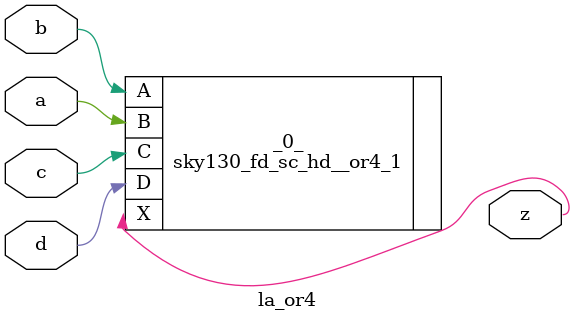
<source format=v>
/* Generated by Yosys 0.37 (git sha1 a5c7f69ed, clang 14.0.0-1ubuntu1.1 -fPIC -Os) */

module la_or4(a, b, c, d, z);
  input a;
  wire a;
  input b;
  wire b;
  input c;
  wire c;
  input d;
  wire d;
  output z;
  wire z;
  sky130_fd_sc_hd__or4_1 _0_ (
    .A(b),
    .B(a),
    .C(c),
    .D(d),
    .X(z)
  );
endmodule

</source>
